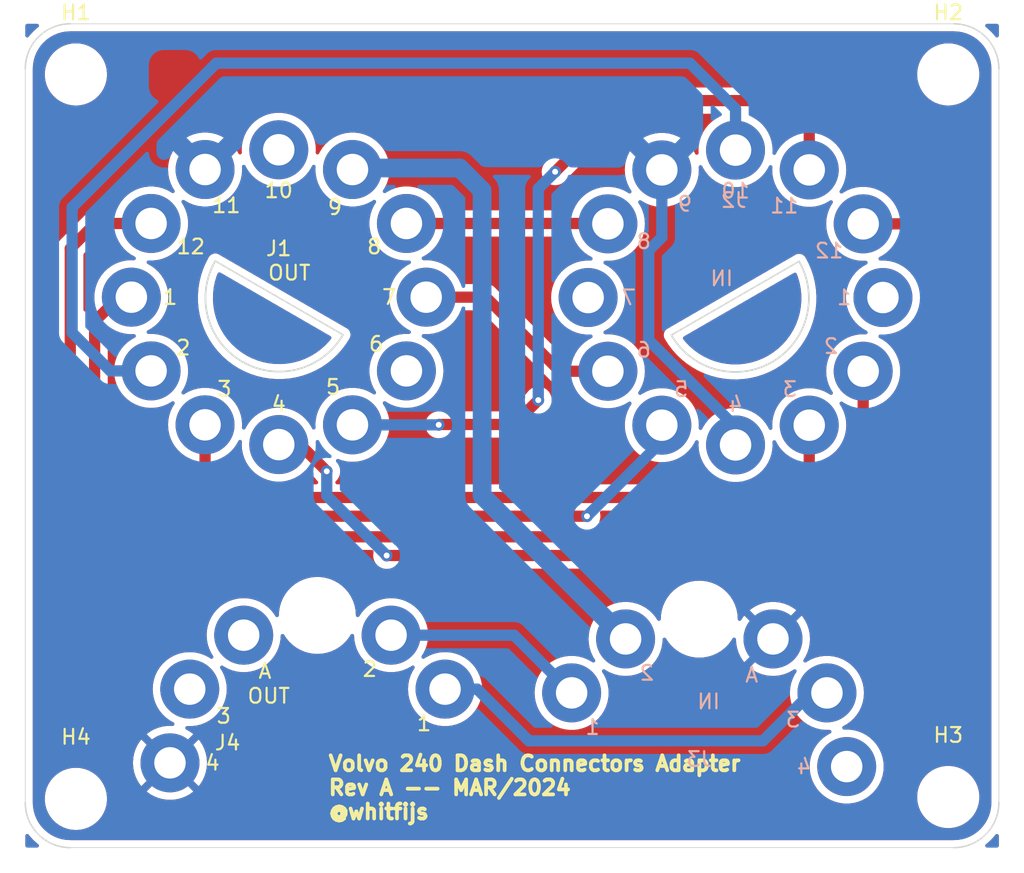
<source format=kicad_pcb>
(kicad_pcb (version 20211014) (generator pcbnew)
  (layers (0 "F.Cu" signal) (31 "B.Cu" signal) (34 "B.Paste" user) (35 "F.Paste" user) (36 "B.SilkS" user "B.Silkscreen") (37 "F.SilkS" user "F.Silkscreen") (38 "B.Mask" user) (39 "F.Mask" user) (44 "Edge.Cuts" user))
  (net 0 "")
  (net 1 "/BRAKE_FAILURE")
  (net 2 "/COOLANT_TEMP")
  (net 3 "/HIGH_BEAM")
  (net 4 "/OD_LAMP")
  (net 5 "/OIL_LAMP")
  (net 6 "/AC RELAY")
  (net 7 "/BLINKER_RIGHT")
  (net 8 "/BLINKER_LEFT")
  (net 9 "/12V_FUSE_8")
  (net 10 "/12V_RHEOSTAT")
  (net 11 "/CHARGING_D+")
  (net 12 "/BULB_FAILURE")
  (net 15 "/PARKING_BRAKE")
  (net 16 "/FUEL_LEVEL_SENDER")
  (net 17 "/GND")
  (net 18 "/12V_FUSE_16")
  (footprint "MountingHole:MountingHole_3.2mm_M3" (layer "F.Cu") (at 105.029 93.218)
    (fp_text reference "H4" (at 0 -4.2) (layer "F.SilkS"))
    (fp_text value "MountingHole")
    (pad "" np_thru_hole circle (at 0 0) (size 3.2 3.2) (drill 3.2) (layers *.Cu *.Mask))
  )
  (footprint "volvodash:VOLVO_CONN_32" (layer "F.Cu") (at 121.412 90.772)
    (fp_text reference "J4" (at -6.096 -1.364 unlocked) (layer "F.SilkS"))
    (fp_text value "CONN_32")
    (fp_text user "3" (at -6.35 -3.175 unlocked) (layer "F.SilkS"))
    (fp_text user "1" (at 7.239 -2.667 unlocked) (layer "F.SilkS"))
    (fp_text user "A" (at -3.556 -6.223 unlocked) (layer "F.SilkS"))
    (fp_text user "2" (at 3.556 -6.35 unlocked) (layer "F.SilkS"))
    (fp_text user "4" (at -7.112 0 unlocked) (layer "F.SilkS"))
    (pad "" np_thru_hole circle (at 0 -10) (size 4 4) (drill 4.2) (layers F&B.Cu *.Mask))
    (pad "1" thru_hole circle (at 8.66 -5) (size 4 4) (drill 2.1336) (layers *.Cu *.Mask) (net 16 "/FUEL_LEVEL_SENDER"))
    (pad "2" thru_hole circle (at 5 -8.66) (size 4 4) (drill 2.1336) (layers *.Cu *.Mask) (net 15 "/PARKING_BRAKE"))
    (pad "3" thru_hole circle (at -8.66 -5) (size 4 4) (drill 2.1336) (layers *.Cu *.Mask))
    (pad "4" thru_hole circle (at -10 0) (size 4 4) (drill 2.1336) (layers *.Cu *.Mask) (net 17 "/GND"))
    (pad "A" thru_hole circle (at -5 -8.66) (size 4 4) (drill 2.1336) (layers *.Cu *.Mask) (net 18 "/12V_FUSE_16"))
  )
  (footprint "MountingHole:MountingHole_3.2mm_M3" (layer "F.Cu") (at 164.211 44.069)
    (fp_text reference "H2" (at 0 -4.2) (layer "F.SilkS"))
    (fp_text value "MountingHole")
    (pad "" np_thru_hole circle (at 0 0) (size 3.2 3.2) (drill 3.2) (layers *.Cu *.Mask))
  )
  (footprint "MountingHole:MountingHole_3.2mm_M3" (layer "F.Cu") (at 164.211 93.091)
    (fp_text reference "H3" (at 0 -4.2) (layer "F.SilkS"))
    (fp_text value "MountingHole")
    (pad "" np_thru_hole circle (at 0 0) (size 3.2 3.2) (drill 3.2) (layers *.Cu *.Mask))
  )
  (footprint "MountingHole:MountingHole_3.2mm_M3" (layer "F.Cu") (at 105.029 44.069)
    (fp_text reference "H1" (at 0 -4.2) (layer "F.SilkS"))
    (fp_text value "MountingHole")
    (pad "" np_thru_hole circle (at 0 0) (size 3.2 3.2) (drill 3.2) (layers *.Cu *.Mask))
  )
  (footprint "volvodash:VOLVO_CONN_31" (layer "F.Cu") (at 118.792 59.182)
    (fp_text reference "J1" (at 0 -3.302 unlocked) (layer "F.SilkS"))
    (fp_text value "CONN_31")
    (fp_text user "1" (at -7.366 0 unlocked) (layer "F.SilkS"))
    (fp_text user "12" (at -5.969 -3.429 unlocked) (layer "F.SilkS"))
    (fp_text user "8" (at 6.477 -3.429 unlocked) (layer "F.SilkS"))
    (fp_text user "2" (at -6.477 3.429 unlocked) (layer "F.SilkS"))
    (fp_text user "11" (at -3.556 -6.223 unlocked) (layer "F.SilkS"))
    (fp_text user "7" (at 7.493 0 unlocked) (layer "F.SilkS"))
    (fp_text user "9" (at 3.81 -6.096 unlocked) (layer "F.SilkS"))
    (fp_text user "5" (at 3.683 6.096 unlocked) (layer "F.SilkS"))
    (fp_text user "10" (at 0 -7.239 unlocked) (layer "F.SilkS"))
    (fp_text user "4" (at 0 7.239 unlocked) (layer "F.SilkS"))
    (fp_text user "6" (at 6.604 3.175 unlocked) (layer "F.SilkS"))
    (fp_text user "3" (at -3.683 6.223 unlocked) (layer "F.SilkS"))
    (fp_line (start 4.354381 2.547) (end -4.305873 -2.453) (layer "Edge.Cuts") (width 0.1))
    (fp_arc (start 4.35438 2.547) (mid -2.475746 4.377126) (end -4.305872 -2.453) (layer "Edge.Cuts") (width 0.12))
    (pad "1" thru_hole circle (at -10 0) (size 4 4) (drill 2.1336) (layers *.Cu *.Mask) (net 1 "/BRAKE_FAILURE"))
    (pad "2" thru_hole circle (at -8.66 5) (size 4 4) (drill 2.1336) (layers *.Cu *.Mask) (net 2 "/COOLANT_TEMP"))
    (pad "3" thru_hole circle (at -5 8.66) (size 4 4) (drill 2.1336) (layers *.Cu *.Mask) (net 3 "/HIGH_BEAM"))
    (pad "4" thru_hole circle (at 0 10) (size 4 4) (drill 2.1336) (layers *.Cu *.Mask) (net 4 "/OD_LAMP"))
    (pad "5" thru_hole circle (at 5 8.66) (size 4 4) (drill 2.1336) (layers *.Cu *.Mask) (net 5 "/OIL_LAMP"))
    (pad "6" thru_hole circle (at 8.66 5) (size 4 4) (drill 2.1336) (layers *.Cu *.Mask) (net 6 "/AC RELAY"))
    (pad "7" thru_hole circle (at 10 0) (size 4 4) (drill 2.1336) (layers *.Cu *.Mask) (net 7 "/BLINKER_RIGHT"))
    (pad "8" thru_hole circle (at 8.66 -5) (size 4 4) (drill 2.1336) (layers *.Cu *.Mask) (net 8 "/BLINKER_LEFT"))
    (pad "9" thru_hole circle (at 5 -8.66) (size 4 4) (drill 2.1336) (layers *.Cu *.Mask) (net 9 "/12V_FUSE_8"))
    (pad "10" thru_hole circle (at 0 -10) (size 4 4) (drill 2.1336) (layers *.Cu *.Mask) (net 10 "/12V_RHEOSTAT"))
    (pad "11" thru_hole circle (at -5 -8.66) (size 4 4) (drill 2.1336) (layers *.Cu *.Mask) (net 11 "/CHARGING_D+"))
    (pad "12" thru_hole circle (at -8.66 -5) (size 4 4) (drill 2.1336) (layers *.Cu *.Mask) (net 12 "/BULB_FAILURE"))
  )
  (footprint "volvodash:VOLVO_CONN_32" (layer "B.Cu") (at 147.32 91.026 180)
    (fp_text reference "J3" (at 0 0.5 unlocked) (layer "B.SilkS") (effects (justify mirror)))
    (fp_text value "CONN_32")
    (fp_text user "A" (at -3.556 6.223 unlocked) (layer "B.SilkS") (effects (justify mirror)))
    (fp_text user "2" (at 3.556 6.35 unlocked) (layer "B.SilkS") (effects (justify mirror)))
    (fp_text user "3" (at -6.35 3.175 unlocked) (layer "B.SilkS") (effects (justify mirror)))
    (fp_text user "1" (at 7.239 2.667 unlocked) (layer "B.SilkS") (effects (justify mirror)))
    (fp_text user "4" (at -7.112 0 unlocked) (layer "B.SilkS") (effects (justify mirror)))
    (pad "" np_thru_hole circle (at 0 10 180) (size 4 4) (drill 4.2) (layers F&B.Cu *.Mask))
    (pad "1" thru_hole circle (at 8.66 5 180) (size 4 4) (drill 2.1336) (layers *.Cu *.Mask) (net 15 "/PARKING_BRAKE"))
    (pad "2" thru_hole circle (at 5 8.66 180) (size 4 4) (drill 2.1336) (layers *.Cu *.Mask) (net 9 "/12V_FUSE_8"))
    (pad "3" thru_hole circle (at -8.66 5 180) (size 4 4) (drill 2.1336) (layers *.Cu *.Mask))
    (pad "4" thru_hole circle (at -10 0 180) (size 4 4) (drill 2.1336) (layers *.Cu *.Mask) (net 16 "/FUEL_LEVEL_SENDER"))
    (pad "A" thru_hole circle (at -5 8.66 180) (size 4 4) (drill 2.1336) (layers *.Cu *.Mask) (net 17 "/GND"))
  )
  (footprint "volvodash:VOLVO_CONN_31" (layer "B.Cu") (at 149.78 59.206 180)
    (fp_text reference "J2" (at 0.127 6.604 unlocked) (layer "B.SilkS") (effects (justify mirror)))
    (fp_text value "CONN_31")
    (fp_text user "9" (at 3.429 6.35 unlocked) (layer "B.SilkS") (effects (justify mirror)))
    (fp_text user "1" (at -7.366 0 unlocked) (layer "B.SilkS") (effects (justify mirror)))
    (fp_text user "2" (at -6.477 -3.302 unlocked) (layer "B.SilkS") (effects (justify mirror)))
    (fp_text user "3" (at -3.683 -6.223 unlocked) (layer "B.SilkS") (effects (justify mirror)))
    (fp_text user "11" (at -3.302 6.223 unlocked) (layer "B.SilkS") (effects (justify mirror)))
    (fp_text user "5" (at 3.683 -6.223 unlocked) (layer "B.SilkS") (effects (justify mirror)))
    (fp_text user "6" (at 6.223 -3.556 unlocked) (layer "B.SilkS") (effects (justify mirror)))
    (fp_text user "8" (at 6.223 3.81 unlocked) (layer "B.SilkS") (effects (justify mirror)))
    (fp_text user "10" (at 0 7.239 unlocked) (layer "B.SilkS") (effects (justify mirror)))
    (fp_text user "7" (at 7.239 0 unlocked) (layer "B.SilkS") (effects (justify mirror)))
    (fp_text user "4" (at 0 -7.239 unlocked) (layer "B.SilkS") (effects (justify mirror)))
    (fp_text user "12" (at -6.35 3.175 unlocked) (layer "B.SilkS") (effects (justify mirror)))
    (fp_line (start 4.354381 -2.547) (end -4.305873 2.453) (layer "Edge.Cuts") (width 0.1))
    (fp_arc (start -4.305872 2.453) (mid -2.475746 -4.377126) (end 4.35438 -2.547) (layer "Edge.Cuts") (width 0.12))
    (pad "1" thru_hole circle (at -10 0 180) (size 4 4) (drill 2.1336) (layers *.Cu *.Mask))
    (pad "2" thru_hole circle (at -8.66 -5 180) (size 4 4) (drill 2.1336) (layers *.Cu *.Mask) (net 12 "/BULB_FAILURE"))
    (pad "3" thru_hole circle (at -5 -8.66 180) (size 4 4) (drill 2.1336) (layers *.Cu *.Mask) (net 3 "/HIGH_BEAM"))
    (pad "4" thru_hole circle (at 0 -10 180) (size 4 4) (drill 2.1336) (layers *.Cu *.Mask) (net 11 "/CHARGING_D+"))
    (pad "5" thru_hole circle (at 5 -8.66 180) (size 4 4) (drill 2.1336) (layers *.Cu *.Mask) (net 1 "/BRAKE_FAILURE"))
    (pad "6" thru_hole circle (at 8.66 -5 180) (size 4 4) (drill 2.1336) (layers *.Cu *.Mask) (net 7 "/BLINKER_RIGHT"))
    (pad "7" thru_hole circle (at 10 0 180) (size 4 4) (drill 2.1336) (layers *.Cu *.Mask))
    (pad "8" thru_hole circle (at 8.66 5 180) (size 4 4) (drill 2.1336) (layers *.Cu *.Mask) (net 8 "/BLINKER_LEFT"))
    (pad "9" thru_hole circle (at 5 8.66 180) (size 4 4) (drill 2.1336) (layers *.Cu *.Mask) (net 11 "/CHARGING_D+"))
    (pad "10" thru_hole circle (at 0 10 180) (size 4 4) (drill 2.1336) (layers *.Cu *.Mask) (net 2 "/COOLANT_TEMP"))
    (pad "11" thru_hole circle (at -5 8.66 180) (size 4 4) (drill 2.1336) (layers *.Cu *.Mask) (net 5 "/OIL_LAMP"))
    (pad "12" thru_hole circle (at -8.66 5 180) (size 4 4) (drill 2.1336) (layers *.Cu *.Mask) (net 4 "/OD_LAMP"))
  )
  (gr_line (start 101.596261 43.684261) (end 101.596261 93.475739) (layer "Edge.Cuts") (width 0.05))
  (gr_arc (start 164.595739 40.636261) (mid 166.751 41.529) (end 167.643739 43.684261) (layer "Edge.Cuts") (width 0.1))
  (gr_line (start 104.644261 96.523739) (end 164.595739 96.523739) (layer "Edge.Cuts") (width 0.05))
  (gr_arc (start 104.644261 96.523739) (mid 102.489 95.631) (end 101.596261 93.475739) (layer "Edge.Cuts") (width 0.1))
  (gr_line (start 164.595739 40.636261) (end 104.644261 40.636261) (layer "Edge.Cuts") (width 0.05))
  (gr_arc (start 167.643739 93.475739) (mid 166.751 95.631) (end 164.595739 96.523739) (layer "Edge.Cuts") (width 0.1))
  (gr_line (start 167.643739 93.475739) (end 167.643739 43.684261) (layer "Edge.Cuts") (width 0.05))
  (gr_arc (start 101.596261 43.684261) (mid 102.489 41.529) (end 104.644261 40.636261) (layer "Edge.Cuts") (width 0.1))
  (gr_text "IN" (at 147.955 86.614) (layer "B.SilkS") (effects (font (size 1 1)) (justify mirror)))
  (gr_text "IN" (at 148.844 57.912) (layer "B.SilkS") (effects (font (size 1 1)) (justify mirror)))
  (gr_text "OUT" (at 118.11 86.233) (layer "F.SilkS") (effects (font (size 1 1))))
  (gr_text "OUT" (at 119.507 57.531) (layer "F.SilkS") (effects (font (size 1 1))))
  (gr_text "Volvo 240 Dash Connectors Adapter\nRev A -- MAR/2024\n@whitfijs" (at 122.047 92.456) (layer "F.SilkS") (effects (font (size 1.016 1.016) (thickness 0.254)) (justify left)))
  (segment (start 113.792 74.041) (end 139.7 74.041) (width 0.762) (layer "F.Cu") (net 1))
  (segment (start 107.95 59.182) (end 106.299 60.833) (width 0.762) (layer "F.Cu") (net 1))
  (segment (start 113.538 73.787) (end 113.792 74.041) (width 0.762) (layer "F.Cu") (net 1))
  (segment (start 108.792 59.182) (end 107.95 59.182) (width 0.762) (layer "F.Cu") (net 1))
  (segment (start 106.299 66.548) (end 113.538 73.787) (width 0.762) (layer "F.Cu") (net 1))
  (segment (start 106.299 60.833) (end 106.299 66.548) (width 0.762) (layer "F.Cu") (net 1))
  (via (at 139.7 74.041) (size 0.8) (drill 0.4) (layers "F.Cu" "B.Cu") (net 1))
  (segment (start 144.78 68.961) (end 144.78 67.866) (width 0.762) (layer "B.Cu") (net 1))
  (segment (start 139.7 74.041) (end 144.78 68.961) (width 0.762) (layer "B.Cu") (net 1))
  (segment (start 149.78 46.402) (end 149.78 49.206) (width 0.762) (layer "B.Cu") (net 2))
  (segment (start 146.685 43.307) (end 149.78 46.402) (width 0.762) (layer "B.Cu") (net 2))
  (segment (start 114.554 43.307) (end 104.775 53.086) (width 0.762) (layer "B.Cu") (net 2))
  (segment (start 110.132 64.182) (end 107.362 64.182) (width 0.762) (layer "B.Cu") (net 2))
  (segment (start 146.685 43.307) (end 114.554 43.307) (width 0.762) (layer "B.Cu") (net 2))
  (segment (start 107.362 64.182) (end 104.775 61.595) (width 0.762) (layer "B.Cu") (net 2))
  (segment (start 104.775 53.086) (end 104.775 61.595) (width 0.762) (layer "B.Cu") (net 2))
  (segment (start 152.781 72.771) (end 154.78 70.772) (width 0.762) (layer "F.Cu") (net 3))
  (segment (start 113.792 70.866) (end 115.697 72.771) (width 0.762) (layer "F.Cu") (net 3))
  (segment (start 154.78 70.772) (end 154.78 67.866) (width 0.762) (layer "F.Cu") (net 3))
  (segment (start 113.792 67.842) (end 113.792 70.866) (width 0.762) (layer "F.Cu") (net 3))
  (segment (start 115.697 72.771) (end 152.781 72.771) (width 0.762) (layer "F.Cu") (net 3))
  (segment (start 120.236 69.182) (end 122.047 70.993) (width 0.762) (layer "F.Cu") (net 4))
  (segment (start 153.924 76.708) (end 162.941 67.691) (width 0.762) (layer "F.Cu") (net 4))
  (segment (start 126.111 76.708) (end 153.924 76.708) (width 0.762) (layer "F.Cu") (net 4))
  (segment (start 162.941 67.691) (end 162.941 55.753) (width 0.762) (layer "F.Cu") (net 4))
  (segment (start 161.394 54.206) (end 158.44 54.206) (width 0.762) (layer "F.Cu") (net 4))
  (segment (start 162.941 55.753) (end 161.394 54.206) (width 0.762) (layer "F.Cu") (net 4))
  (segment (start 118.792 69.182) (end 120.236 69.182) (width 0.762) (layer "F.Cu") (net 4))
  (via (at 126.111 76.708) (size 0.8) (drill 0.4) (layers "F.Cu" "B.Cu") (net 4))
  (via (at 122.047 70.993) (size 0.8) (drill 0.4) (layers "F.Cu" "B.Cu") (net 4))
  (segment (start 122.047 72.644) (end 126.111 76.708) (width 0.762) (layer "B.Cu") (net 4))
  (segment (start 122.047 70.993) (end 122.047 72.644) (width 0.762) (layer "B.Cu") (net 4))
  (segment (start 154.78 47.719) (end 154.78 50.546) (width 0.762) (layer "F.Cu") (net 5))
  (segment (start 137.541 50.673) (end 142.367 45.847) (width 0.762) (layer "F.Cu") (net 5))
  (segment (start 152.908 45.847) (end 154.78 47.719) (width 0.762) (layer "F.Cu") (net 5))
  (segment (start 142.367 45.847) (end 152.908 45.847) (width 0.762) (layer "F.Cu") (net 5))
  (segment (start 134.747 67.818) (end 136.398 66.167) (width 0.762) (layer "F.Cu") (net 5))
  (segment (start 129.667 67.818) (end 134.747 67.818) (width 0.762) (layer "F.Cu") (net 5))
  (segment (start 129.643 67.842) (end 129.667 67.818) (width 0.762) (layer "F.Cu") (net 5))
  (via (at 136.398 66.167) (size 0.8) (drill 0.4) (layers "F.Cu" "B.Cu") (net 5))
  (via (at 129.643 67.842) (size 0.8) (drill 0.4) (layers "F.Cu" "B.Cu") (net 5))
  (via (at 137.541 50.673) (size 0.8) (drill 0.4) (layers "F.Cu" "B.Cu") (net 5))
  (segment (start 129.643 67.842) (end 123.792 67.842) (width 0.762) (layer "B.Cu") (net 5))
  (segment (start 137.541 50.673) (end 136.398 51.816) (width 0.762) (layer "B.Cu") (net 5))
  (segment (start 136.398 51.816) (end 136.398 66.167) (width 0.762) (layer "B.Cu") (net 5))
  (segment (start 132.842 59.182) (end 137.866 64.206) (width 0.762) (layer "F.Cu") (net 7))
  (segment (start 128.792 59.182) (end 132.842 59.182) (width 0.762) (layer "F.Cu") (net 7))
  (segment (start 137.866 64.206) (end 141.12 64.206) (width 0.762) (layer "F.Cu") (net 7))
  (segment (start 141.096 54.182) (end 141.12 54.206) (width 0.762) (layer "F.Cu") (net 8))
  (segment (start 127.452 54.182) (end 141.096 54.182) (width 0.762) (layer "F.Cu") (net 8))
  (segment (start 132.588 51.943) (end 131.064 50.419) (width 1.27) (layer "B.Cu") (net 9))
  (segment (start 131.064 50.419) (end 123.895 50.419) (width 1.27) (layer "B.Cu") (net 9))
  (segment (start 142.32 82.366) (end 132.588 72.634) (width 1.27) (layer "B.Cu") (net 9))
  (segment (start 123.895 50.419) (end 123.792 50.522) (width 1.27) (layer "B.Cu") (net 9))
  (segment (start 132.588 72.634) (end 132.588 51.943) (width 1.27) (layer "B.Cu") (net 9))
  (segment (start 143.891 56.007) (end 143.891 62.103) (width 0.762) (layer "B.Cu") (net 11))
  (segment (start 149.78 67.992) (end 149.78 69.206) (width 0.762) (layer "B.Cu") (net 11))
  (segment (start 143.891 62.103) (end 149.78 67.992) (width 0.762) (layer "B.Cu") (net 11))
  (segment (start 144.78 55.118) (end 143.891 56.007) (width 0.762) (layer "B.Cu") (net 11))
  (segment (start 144.78 50.546) (end 144.78 55.118) (width 0.762) (layer "B.Cu") (net 11))
  (segment (start 158.44 70.16) (end 153.162 75.438) (width 0.762) (layer "F.Cu") (net 12))
  (segment (start 106.346 54.182) (end 110.132 54.182) (width 0.762) (layer "F.Cu") (net 12))
  (segment (start 158.44 64.206) (end 158.44 70.16) (width 0.762) (layer "F.Cu") (net 12))
  (segment (start 112.903 75.438) (end 104.648 67.183) (width 0.762) (layer "F.Cu") (net 12))
  (segment (start 104.648 67.183) (end 104.648 55.88) (width 0.762) (layer "F.Cu") (net 12))
  (segment (start 153.162 75.438) (end 112.903 75.438) (width 0.762) (layer "F.Cu") (net 12))
  (segment (start 104.648 55.88) (end 106.346 54.182) (width 0.762) (layer "F.Cu") (net 12))
  (segment (start 134.746 82.112) (end 138.66 86.026) (width 0.762) (layer "B.Cu") (net 15))
  (segment (start 126.412 82.112) (end 134.746 82.112) (width 0.762) (layer "B.Cu") (net 15))
  (segment (start 135.763 89.281) (end 151.638 89.281) (width 0.762) (layer "B.Cu") (net 16))
  (segment (start 130.072 85.772) (end 132.254 85.772) (width 0.762) (layer "B.Cu") (net 16))
  (segment (start 132.254 85.772) (end 135.763 89.281) (width 0.762) (layer "B.Cu") (net 16))
  (segment (start 154.893 86.026) (end 155.98 86.026) (width 0.762) (layer "B.Cu") (net 16))
  (segment (start 151.638 89.281) (end 154.893 86.026) (width 0.762) (layer "B.Cu") (net 16))
  (zone (net 17) (net_name "/GND") (layers F&B.Cu) (connect_pads (clearance 0.508)) (min_thickness 0.254) (fill yes (thermal_gap 0.508) (thermal_bridge_width 0.508) (island_removal_mode 1) (island_area_min 0))
    (polygon (pts (xy 167.64 96.52) (xy 101.6 96.52) (xy 101.6 40.64) (xy 167.64 40.64)))
  )
  (zone (net 11) (net_name "/CHARGING_D+") (layer "B.Cu") (priority 1) (connect_pads (clearance 0.508)) (min_thickness 1.016) (fill yes (thermal_gap 0.508) (thermal_bridge_width 1.27))
    (polygon (pts (xy 147.582722 50.412507) (xy 110.498722 50.285507) (xy 110.49 42.926) (xy 147.574 42.926)))
  )
)
</source>
